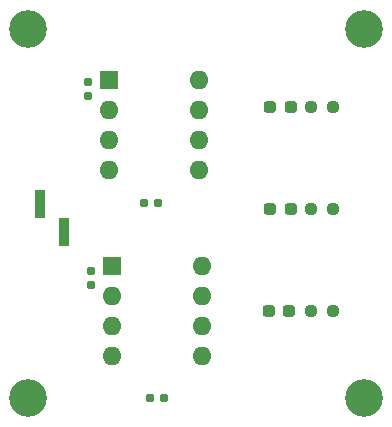
<source format=gbr>
%TF.GenerationSoftware,KiCad,Pcbnew,(6.0.1)*%
%TF.CreationDate,2022-06-16T19:18:00+05:45*%
%TF.ProjectId,Traffic Lights_555 timer,54726166-6669-4632-904c-69676874735f,rev?*%
%TF.SameCoordinates,Original*%
%TF.FileFunction,Soldermask,Top*%
%TF.FilePolarity,Negative*%
%FSLAX46Y46*%
G04 Gerber Fmt 4.6, Leading zero omitted, Abs format (unit mm)*
G04 Created by KiCad (PCBNEW (6.0.1)) date 2022-06-16 19:18:00*
%MOMM*%
%LPD*%
G01*
G04 APERTURE LIST*
G04 Aperture macros list*
%AMRoundRect*
0 Rectangle with rounded corners*
0 $1 Rounding radius*
0 $2 $3 $4 $5 $6 $7 $8 $9 X,Y pos of 4 corners*
0 Add a 4 corners polygon primitive as box body*
4,1,4,$2,$3,$4,$5,$6,$7,$8,$9,$2,$3,0*
0 Add four circle primitives for the rounded corners*
1,1,$1+$1,$2,$3*
1,1,$1+$1,$4,$5*
1,1,$1+$1,$6,$7*
1,1,$1+$1,$8,$9*
0 Add four rect primitives between the rounded corners*
20,1,$1+$1,$2,$3,$4,$5,0*
20,1,$1+$1,$4,$5,$6,$7,0*
20,1,$1+$1,$6,$7,$8,$9,0*
20,1,$1+$1,$8,$9,$2,$3,0*%
G04 Aperture macros list end*
%ADD10R,0.850000X2.350000*%
%ADD11C,3.200000*%
%ADD12R,1.600000X1.600000*%
%ADD13O,1.600000X1.600000*%
%ADD14RoundRect,0.237500X-0.250000X-0.237500X0.250000X-0.237500X0.250000X0.237500X-0.250000X0.237500X0*%
%ADD15RoundRect,0.160000X0.197500X0.160000X-0.197500X0.160000X-0.197500X-0.160000X0.197500X-0.160000X0*%
%ADD16RoundRect,0.237500X0.287500X0.237500X-0.287500X0.237500X-0.287500X-0.237500X0.287500X-0.237500X0*%
%ADD17RoundRect,0.237500X-0.287500X-0.237500X0.287500X-0.237500X0.287500X0.237500X-0.287500X0.237500X0*%
%ADD18RoundRect,0.155000X-0.155000X0.212500X-0.155000X-0.212500X0.155000X-0.212500X0.155000X0.212500X0*%
%ADD19RoundRect,0.155000X0.155000X-0.212500X0.155000X0.212500X-0.155000X0.212500X-0.155000X-0.212500X0*%
G04 APERTURE END LIST*
D10*
%TO.C,J1*%
X19828000Y-33623000D03*
X21828000Y-35973000D03*
%TD*%
D11*
%TO.C,H4*%
X18796000Y-18796000D03*
%TD*%
%TO.C,H3*%
X47244000Y-18796000D03*
%TD*%
%TO.C,H2*%
X18796000Y-50038000D03*
%TD*%
%TO.C,H1*%
X47244000Y-50038000D03*
%TD*%
D12*
%TO.C,U2*%
X25918000Y-38872000D03*
D13*
X25918000Y-41412000D03*
X25918000Y-43952000D03*
X25918000Y-46492000D03*
X33538000Y-46492000D03*
X33538000Y-43952000D03*
X33538000Y-41412000D03*
X33538000Y-38872000D03*
%TD*%
D12*
%TO.C,U1*%
X25664000Y-23124000D03*
D13*
X25664000Y-25664000D03*
X25664000Y-28204000D03*
X25664000Y-30744000D03*
X33284000Y-30744000D03*
X33284000Y-28204000D03*
X33284000Y-25664000D03*
X33284000Y-23124000D03*
%TD*%
D14*
%TO.C,R5*%
X42775500Y-42672000D03*
X44600500Y-42672000D03*
%TD*%
%TO.C,R4*%
X44600500Y-34036000D03*
X42775500Y-34036000D03*
%TD*%
%TO.C,R3*%
X42775500Y-25400000D03*
X44600500Y-25400000D03*
%TD*%
D15*
%TO.C,R2*%
X30315500Y-50038000D03*
X29120500Y-50038000D03*
%TD*%
%TO.C,R1*%
X29807500Y-33528000D03*
X28612500Y-33528000D03*
%TD*%
D16*
%TO.C,D3*%
X40894000Y-42672000D03*
X39144000Y-42672000D03*
%TD*%
D17*
%TO.C,D2*%
X41007000Y-34036000D03*
X39257000Y-34036000D03*
%TD*%
%TO.C,D1*%
X39257000Y-25400000D03*
X41007000Y-25400000D03*
%TD*%
D18*
%TO.C,C2*%
X24130000Y-39310500D03*
X24130000Y-40445500D03*
%TD*%
D19*
%TO.C,C1*%
X23876000Y-24443500D03*
X23876000Y-23308500D03*
%TD*%
M02*

</source>
